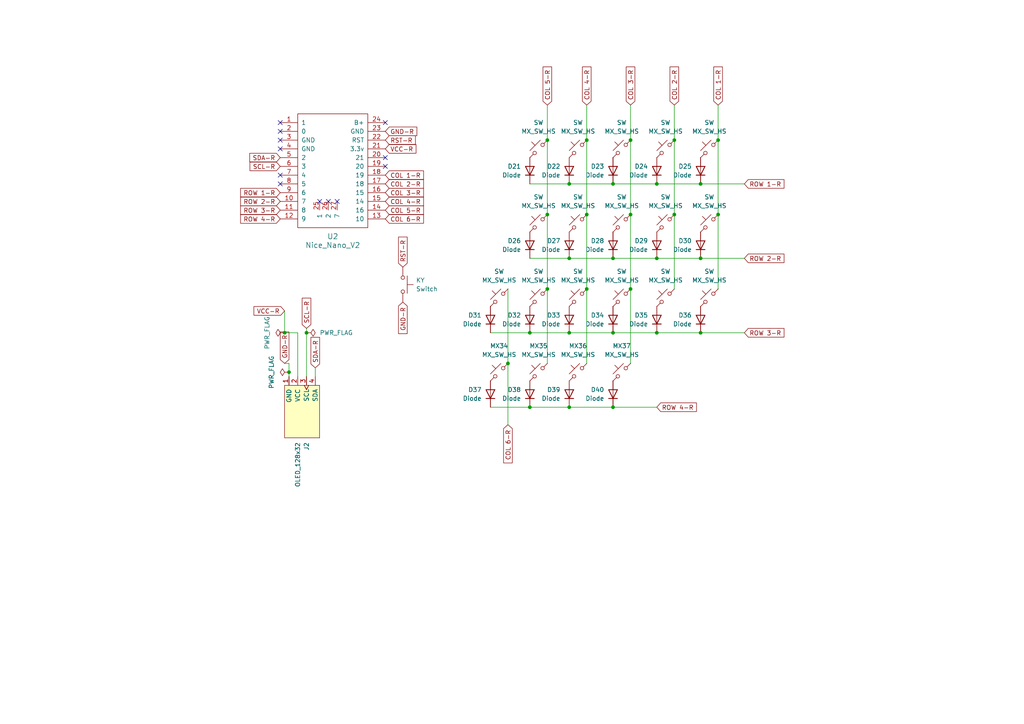
<source format=kicad_sch>
(kicad_sch (version 20250114) (generator "eeschema") (generator_version "9.0")
  (paper "A4")
  (lib_symbols
    (symbol "PCM_marbastlib-mx:MX_SW_HS_CPG151101S11" (pin_numbers (hide yes)) (pin_names (offset 1.016) (hide yes))
      (property "Reference" "MX" (at 3.048 1.016 0))
      (property "Value" "MX_SW_HS" (at 0 -3.81 0))
      (symbol "MX_SW_HS_CPG151101S11_0_1"
        (polyline (pts (xy -2.54 2.54) (xy -1.524 1.524) (xy -1.524 1.524)))
        (circle (center -1.1684 1.1684) (radius 0.508))
        (polyline (pts (xy -0.508 2.54) (xy 2.54 -0.508)))
        (polyline (pts (xy 1.016 1.016) (xy 2.032 2.032)))
        (circle (center 1.143 -1.1938) (radius 0.508))
        (polyline (pts (xy 1.524 -1.524) (xy 2.54 -2.54) (xy 2.54 -2.54) (xy 2.54 -2.54)))
        (pin passive line (at -2.54 2.54 0) (length 0) (name "1") (number "1"))
        (pin passive line (at 2.54 -2.54 180) (length 0) (name "2") (number "2"))
      )
    )
    (symbol "ScottoKeebs:MCU_Nice_Nano_V2" (pin_names (offset 1.016))
      (property "Reference" "U" (at 0 0 0))
      (property "Value" "Nice_Nano_V2" (at 0 -19.05 0))
      (symbol "MCU_Nice_Nano_V2_0_1"
        (rectangle (start -10.16 16.51) (end 10.16 -16.51))
      )
      (symbol "MCU_Nice_Nano_V2_1_1"
        (pin input line (at -15.24 13.97 0) (length 5.08) (name "1") (number "1"))
        (pin input line (at -15.24 11.43 0) (length 5.08) (name "0") (number "2"))
        (pin input line (at -15.24 8.89 0) (length 5.08) (name "GND") (number "3"))
        (pin input line (at -15.24 6.35 0) (length 5.08) (name "GND") (number "4"))
        (pin input line (at -15.24 3.81 0) (length 5.08) (name "2") (number "5"))
        (pin input line (at -15.24 1.27 0) (length 5.08) (name "3") (number "6"))
        (pin input line (at -15.24 -1.27 0) (length 5.08) (name "4") (number "7"))
        (pin input line (at -15.24 -3.81 0) (length 5.08) (name "5") (number "8"))
        (pin input line (at -15.24 -6.35 0) (length 5.08) (name "6") (number "9"))
        (pin input line (at -15.24 -8.89 0) (length 5.08) (name "7") (number "10"))
        (pin input line (at -15.24 -11.43 0) (length 5.08) (name "8") (number "11"))
        (pin input line (at -15.24 -13.97 0) (length 5.08) (name "9") (number "12"))
        (pin input line (at -3.81 -8.89 270) (length 2.5) (name "1") (number "25"))
        (pin input line (at -1.27 -8.89 270) (length 2.5) (name "2") (number "26"))
        (pin input line (at 1.27 -8.89 270) (length 2.5) (name "7") (number "27"))
        (pin input line (at 15.24 13.97 180) (length 5.08) (name "B+") (number "24"))
        (pin input line (at 15.24 11.43 180) (length 5.08) (name "GND") (number "23"))
        (pin input line (at 15.24 8.89 180) (length 5.08) (name "RST") (number "22"))
        (pin input line (at 15.24 6.35 180) (length 5.08) (name "3.3v") (number "21"))
        (pin input line (at 15.24 3.81 180) (length 5.08) (name "21") (number "20"))
        (pin input line (at 15.24 1.27 180) (length 5.08) (name "20") (number "19"))
        (pin input line (at 15.24 -1.27 180) (length 5.08) (name "19") (number "18"))
        (pin input line (at 15.24 -3.81 180) (length 5.08) (name "18") (number "17"))
        (pin input line (at 15.24 -6.35 180) (length 5.08) (name "15") (number "16"))
        (pin input line (at 15.24 -8.89 180) (length 5.08) (name "14") (number "15"))
        (pin input line (at 15.24 -11.43 180) (length 5.08) (name "16") (number "14"))
        (pin input line (at 15.24 -13.97 180) (length 5.08) (name "10") (number "13"))
      )
    )
    (symbol "ScottoKeebs:OLED_128x32" (pin_names (offset 1.016))
      (property "Reference" "J" (at 0 -6.35 0))
      (property "Value" "OLED_128x32" (at 0 6.35 0))
      (symbol "OLED_128x32_0_1"
        (rectangle (start 0 5.08) (end 15.24 -5.08) (fill (type background)))
      )
      (symbol "OLED_128x32_1_1"
        (pin bidirectional line (at -2.54 3.81 0) (length 2.54) (name "SDA") (number "4"))
        (pin input clock (at -2.54 1.27 0) (length 2.54) (name "SCL") (number "3"))
        (pin power_in line (at -2.54 -1.27 0) (length 2.54) (name "VCC") (number "2"))
        (pin power_in line (at -2.54 -3.81 0) (length 2.54) (name "GND") (number "1"))
      )
    )
    (symbol "ScottoKeebs:Placeholder_Diode" (pin_numbers (hide yes)) (pin_names (hide yes))
      (property "Reference" "D" (at 0 2.54 0))
      (property "Value" "Diode" (at 0 -2.54 0))
      (symbol "Placeholder_Diode_0_1"
        (polyline (pts (xy -1.27 1.27) (xy -1.27 -1.27)) (stroke (width 0.254)))
        (polyline (pts (xy 1.27 1.27) (xy 1.27 -1.27) (xy -1.27 0) (xy 1.27 1.27)) (stroke (width 0.254)))
        (polyline (pts (xy 1.27 0) (xy -1.27 0)))
      )
      (symbol "Placeholder_Diode_1_1"
        (pin passive line (at -3.81 0 0) (length 2.54) (name "K") (number "1"))
        (pin passive line (at 3.81 0 180) (length 2.54) (name "A") (number "2"))
      )
    )
    (symbol "ScottoKeebs:Placeholder_Switch" (pin_numbers (hide yes)) (pin_names (offset 1.016) (hide yes))
      (property "Reference" "SW" (at 1.27 2.54 0))
      (property "Value" "Switch" (at 0 -1.524 0))
      (symbol "Placeholder_Switch_0_1"
        (circle (center -2.032 0) (radius 0.508))
        (polyline (pts (xy 0 1.27) (xy 0 3.048)))
        (circle (center 2.032 0) (radius 0.508))
        (polyline (pts (xy 2.54 1.27) (xy -2.54 1.27)))
        (pin passive line (at -5.08 0 0) (length 2.54) (name "1") (number "1"))
        (pin passive line (at 5.08 0 180) (length 2.54) (name "2") (number "2"))
      )
    )
    (symbol "power:PWR_FLAG" (power) (pin_numbers (hide yes)) (pin_names (offset 0) (hide yes))
      (property "Value" "PWR_FLAG" (at 0 3.81 0))
      (symbol "PWR_FLAG_0_0"
        (pin power_out line (at 0 0 90) (length 0) (name "~") (number "1"))
      )
      (symbol "PWR_FLAG_0_1"
        (polyline (pts (xy 0 0) (xy 0 1.27) (xy -1.016 1.905) (xy 0 2.54) (xy 1.016 1.905) (xy 0 1.27)))
      )
    )
  )
  (junction (at 147.32 105.41))
  (junction (at 182.88 40.64))
  (junction (at 165.1 118.11))
  (junction (at 182.88 62.23))
  (junction (at 177.8 53.34))
  (junction (at 190.5 74.93))
  (junction (at 195.58 62.23))
  (junction (at 165.1 53.34))
  (junction (at 170.18 40.64))
  (junction (at 158.75 62.23))
  (junction (at 182.88 83.82))
  (junction (at 165.1 96.52))
  (junction (at 203.2 96.52))
  (junction (at 153.67 118.11))
  (junction (at 153.67 96.52))
  (junction (at 190.5 53.34))
  (junction (at 203.2 74.93))
  (junction (at 177.8 118.11))
  (junction (at 208.28 62.23))
  (junction (at 190.5 96.52))
  (junction (at 177.8 96.52))
  (junction (at 170.18 62.23))
  (junction (at 83.82 107.95))
  (junction (at 165.1 74.93))
  (junction (at 158.75 40.64))
  (junction (at 177.8 74.93))
  (junction (at 208.28 40.64))
  (junction (at 195.58 40.64))
  (junction (at 203.2 53.34))
  (junction (at 88.9 96.52))
  (junction (at 158.75 83.82))
  (junction (at 82.55 96.52))
  (junction (at 170.18 83.82))
  (no_connect (at 81.28 43.18))
  (no_connect (at 92.71 58.42))
  (no_connect (at 81.28 50.8))
  (no_connect (at 97.79 58.42))
  (no_connect (at 111.76 45.72))
  (no_connect (at 95.25 58.42))
  (no_connect (at 111.76 48.26))
  (no_connect (at 81.28 53.34))
  (no_connect (at 81.28 40.64))
  (no_connect (at 81.28 38.1))
  (no_connect (at 81.28 35.56))
  (no_connect (at 111.76 35.56))
  (wire (pts (xy 208.28 40.64) (xy 208.28 62.23)))
  (wire (pts (xy 142.24 118.11) (xy 153.67 118.11)))
  (wire (pts (xy 170.18 83.82) (xy 170.18 105.41)))
  (wire (pts (xy 86.36 96.52) (xy 86.36 109.22)))
  (wire (pts (xy 208.28 30.48) (xy 208.28 40.64)))
  (wire (pts (xy 208.28 62.23) (xy 208.28 83.82)))
  (wire (pts (xy 82.55 96.52) (xy 82.55 90.17)))
  (wire (pts (xy 170.18 62.23) (xy 170.18 83.82)))
  (wire (pts (xy 215.9 74.93) (xy 203.2 74.93)))
  (wire (pts (xy 153.67 74.93) (xy 165.1 74.93)))
  (wire (pts (xy 158.75 62.23) (xy 158.75 83.82)))
  (wire (pts (xy 147.32 83.82) (xy 147.32 105.41)))
  (wire (pts (xy 190.5 53.34) (xy 203.2 53.34)))
  (wire (pts (xy 165.1 53.34) (xy 177.8 53.34)))
  (wire (pts (xy 88.9 95.25) (xy 88.9 96.52)))
  (wire (pts (xy 153.67 96.52) (xy 165.1 96.52)))
  (wire (pts (xy 165.1 118.11) (xy 177.8 118.11)))
  (wire (pts (xy 147.32 123.19) (xy 147.32 105.41)))
  (wire (pts (xy 182.88 40.64) (xy 182.88 62.23)))
  (wire (pts (xy 142.24 96.52) (xy 153.67 96.52)))
  (wire (pts (xy 177.8 53.34) (xy 190.5 53.34)))
  (wire (pts (xy 195.58 62.23) (xy 195.58 83.82)))
  (wire (pts (xy 170.18 40.64) (xy 170.18 62.23)))
  (wire (pts (xy 190.5 74.93) (xy 203.2 74.93)))
  (wire (pts (xy 158.75 30.48) (xy 158.75 40.64)))
  (wire (pts (xy 195.58 40.64) (xy 195.58 62.23)))
  (wire (pts (xy 158.75 40.64) (xy 158.75 62.23)))
  (wire (pts (xy 177.8 96.52) (xy 190.5 96.52)))
  (wire (pts (xy 177.8 74.93) (xy 190.5 74.93)))
  (wire (pts (xy 195.58 30.48) (xy 195.58 40.64)))
  (wire (pts (xy 88.9 96.52) (xy 88.9 109.22)))
  (wire (pts (xy 82.55 96.52) (xy 86.36 96.52)))
  (wire (pts (xy 158.75 83.82) (xy 158.75 105.41)))
  (wire (pts (xy 153.67 118.11) (xy 165.1 118.11)))
  (wire (pts (xy 153.67 53.34) (xy 165.1 53.34)))
  (wire (pts (xy 215.9 96.52) (xy 203.2 96.52)))
  (wire (pts (xy 83.82 107.95) (xy 83.82 109.22)))
  (wire (pts (xy 165.1 96.52) (xy 177.8 96.52)))
  (wire (pts (xy 190.5 96.52) (xy 203.2 96.52)))
  (wire (pts (xy 165.1 74.93) (xy 177.8 74.93)))
  (wire (pts (xy 82.55 105.41) (xy 83.82 105.41)))
  (wire (pts (xy 170.18 30.48) (xy 170.18 40.64)))
  (wire (pts (xy 182.88 62.23) (xy 182.88 83.82)))
  (wire (pts (xy 182.88 83.82) (xy 182.88 105.41)))
  (wire (pts (xy 83.82 105.41) (xy 83.82 107.95)))
  (wire (pts (xy 91.44 106.68) (xy 91.44 109.22)))
  (wire (pts (xy 203.2 53.34) (xy 215.9 53.34)))
  (wire (pts (xy 182.88 30.48) (xy 182.88 40.64)))
  (wire (pts (xy 177.8 118.11) (xy 190.5 118.11)))
  (global_label "COL 4-R" (shape input) (at 111.76 58.42 0) (property "Intersheetrefs" "${INTERSHEET_REFS}" (effects (hide yes))))
  (global_label "ROW 1-R" (shape input) (at 81.28 55.88 180) (property "Intersheetrefs" "${INTERSHEET_REFS}" (effects (hide yes))))
  (global_label "VCC-R" (shape input) (at 82.55 90.17 180) (property "Intersheetrefs" "${INTERSHEET_REFS}" (effects (hide yes))))
  (global_label "GND-R" (shape input) (at 111.76 38.1 0) (property "Intersheetrefs" "${INTERSHEET_REFS}" (effects (hide yes))))
  (global_label "COL 2-R" (shape input) (at 111.76 53.34 0) (property "Intersheetrefs" "${INTERSHEET_REFS}" (effects (hide yes))))
  (global_label "RST-R" (shape input) (at 111.76 40.64 0) (property "Intersheetrefs" "${INTERSHEET_REFS}" (effects (hide yes))))
  (global_label "ROW 3-R" (shape input) (at 215.9 96.52 0) (property "Intersheetrefs" "${INTERSHEET_REFS}" (effects (hide yes))))
  (global_label "ROW 2-R" (shape input) (at 81.28 58.42 180) (property "Intersheetrefs" "${INTERSHEET_REFS}" (effects (hide yes))))
  (global_label "GND-R" (shape input) (at 82.55 105.41 90) (property "Intersheetrefs" "${INTERSHEET_REFS}" (effects (hide yes))))
  (global_label "SDA-R" (shape input) (at 81.28 45.72 180) (property "Intersheetrefs" "${INTERSHEET_REFS}" (effects (hide yes))))
  (global_label "COL 5-R" (shape input) (at 111.76 60.96 0) (property "Intersheetrefs" "${INTERSHEET_REFS}" (effects (hide yes))))
  (global_label "COL 2-R" (shape input) (at 195.58 30.48 90) (property "Intersheetrefs" "${INTERSHEET_REFS}" (effects (hide yes))))
  (global_label "VCC-R" (shape input) (at 111.76 43.18 0) (property "Intersheetrefs" "${INTERSHEET_REFS}" (effects (hide yes))))
  (global_label "ROW 2-R" (shape input) (at 215.9 74.93 0) (property "Intersheetrefs" "${INTERSHEET_REFS}" (effects (hide yes))))
  (global_label "SCL-R" (shape input) (at 88.9 95.25 90) (property "Intersheetrefs" "${INTERSHEET_REFS}" (effects (hide yes))))
  (global_label "COL 6-R" (shape input) (at 111.76 63.5 0) (property "Intersheetrefs" "${INTERSHEET_REFS}" (effects (hide yes))))
  (global_label "COL 6-R" (shape input) (at 147.32 123.19 270) (property "Intersheetrefs" "${INTERSHEET_REFS}" (effects (hide yes))))
  (global_label "SCL-R" (shape input) (at 81.28 48.26 180) (property "Intersheetrefs" "${INTERSHEET_REFS}" (effects (hide yes))))
  (global_label "COL 3-R" (shape input) (at 182.88 30.48 90) (property "Intersheetrefs" "${INTERSHEET_REFS}" (effects (hide yes))))
  (global_label "ROW 3-R" (shape input) (at 81.28 60.96 180) (property "Intersheetrefs" "${INTERSHEET_REFS}" (effects (hide yes))))
  (global_label "COL 1-R" (shape input) (at 208.28 30.48 90) (property "Intersheetrefs" "${INTERSHEET_REFS}" (effects (hide yes))))
  (global_label "COL 4-R" (shape input) (at 170.18 30.48 90) (property "Intersheetrefs" "${INTERSHEET_REFS}" (effects (hide yes))))
  (global_label "COL 1-R" (shape input) (at 111.76 50.8 0) (property "Intersheetrefs" "${INTERSHEET_REFS}" (effects (hide yes))))
  (global_label "COL 5-R" (shape input) (at 158.75 30.48 90) (property "Intersheetrefs" "${INTERSHEET_REFS}" (effects (hide yes))))
  (global_label "COL 3-R" (shape input) (at 111.76 55.88 0) (property "Intersheetrefs" "${INTERSHEET_REFS}" (effects (hide yes))))
  (global_label "ROW 1-R" (shape input) (at 215.9 53.34 0) (property "Intersheetrefs" "${INTERSHEET_REFS}" (effects (hide yes))))
  (global_label "RST-R" (shape input) (at 116.84 77.47 90) (property "Intersheetrefs" "${INTERSHEET_REFS}" (effects (hide yes))))
  (global_label "ROW 4-R" (shape input) (at 190.5 118.11 0) (property "Intersheetrefs" "${INTERSHEET_REFS}" (effects (hide yes))))
  (global_label "GND-R" (shape input) (at 116.84 87.63 270) (property "Intersheetrefs" "${INTERSHEET_REFS}" (effects (hide yes))))
  (global_label "SDA-R" (shape input) (at 91.44 106.68 90) (property "Intersheetrefs" "${INTERSHEET_REFS}" (effects (hide yes))))
  (global_label "ROW 4-R" (shape input) (at 81.28 63.5 180) (property "Intersheetrefs" "${INTERSHEET_REFS}" (effects (hide yes))))
  (symbol (lib_id "ScottoKeebs:Placeholder_Diode") (at 203.2 71.12 270) (mirror x) (unit 1)
    (property "Reference" "D30" (at 200.66 69.8499 90) (effects (justify right)))
    (property "Value" "Diode" (at 200.66 72.3899 90) (effects (justify right)))
    (property "Footprint" "Diode_SMD:D_SOD-123" (effects (hide yes)))
    (property "Description" "1N4148 (DO-35) or 1N4148W (SOD-123)" (effects (hide yes)))
    (property "Sim.Device" "D" (effects (hide yes)))
    (property "Sim.Pins" "1=K 2=A" (effects (hide yes)))
  )
  (symbol (lib_id "ScottoKeebs:Placeholder_Diode") (at 177.8 49.53 270) (mirror x) (unit 1)
    (property "Reference" "D23" (at 175.26 48.2599 90) (effects (justify right)))
    (property "Value" "Diode" (at 175.26 50.7999 90) (effects (justify right)))
    (property "Footprint" "Diode_SMD:D_SOD-123" (effects (hide yes)))
    (property "Description" "1N4148 (DO-35) or 1N4148W (SOD-123)" (effects (hide yes)))
    (property "Sim.Device" "D" (effects (hide yes)))
    (property "Sim.Pins" "1=K 2=A" (effects (hide yes)))
  )
  (symbol (lib_id "ScottoKeebs:Placeholder_Diode") (at 153.67 114.3 270) (mirror x) (unit 1)
    (property "Reference" "D38" (at 151.13 113.0299 90) (effects (justify right)))
    (property "Value" "Diode" (at 151.13 115.5699 90) (effects (justify right)))
    (property "Footprint" "Diode_SMD:D_SOD-123" (effects (hide yes)))
    (property "Description" "1N4148 (DO-35) or 1N4148W (SOD-123)" (effects (hide yes)))
    (property "Sim.Device" "D" (effects (hide yes)))
    (property "Sim.Pins" "1=K 2=A" (effects (hide yes)))
  )
  (symbol (lib_id "PCM_marbastlib-mx:MX_SW_HS_CPG151101S11") (at 144.78 86.36 0) (mirror y) (unit 1)
    (property "Reference" "SW" (at 144.78 78.74 0))
    (property "Value" "MX_SW_HS" (at 144.78 81.28 0))
    (property "Footprint" "PCM_marbastlib-mx:SW_MX_HS_CPG151101S11_1u" (effects (hide yes)))
    (property "Description" "Push button switch, normally open, two pins, 45° tilted, Kailh CPG151101S11 for Cherry MX style switches" (effects (hide yes)))
  )
  (symbol (lib_id "ScottoKeebs:Placeholder_Diode") (at 177.8 92.71 270) (mirror x) (unit 1)
    (property "Reference" "D34" (at 175.26 91.4399 90) (effects (justify right)))
    (property "Value" "Diode" (at 175.26 93.9799 90) (effects (justify right)))
    (property "Footprint" "Diode_SMD:D_SOD-123" (effects (hide yes)))
    (property "Description" "1N4148 (DO-35) or 1N4148W (SOD-123)" (effects (hide yes)))
    (property "Sim.Device" "D" (effects (hide yes)))
    (property "Sim.Pins" "1=K 2=A" (effects (hide yes)))
  )
  (symbol (lib_id "PCM_marbastlib-mx:MX_SW_HS_CPG151101S11") (at 193.04 86.36 0) (mirror y) (unit 1)
    (property "Reference" "SW" (at 193.04 78.74 0))
    (property "Value" "MX_SW_HS" (at 193.04 81.28 0))
    (property "Footprint" "PCM_marbastlib-mx:SW_MX_HS_CPG151101S11_1u" (effects (hide yes)))
    (property "Description" "Push button switch, normally open, two pins, 45° tilted, Kailh CPG151101S11 for Cherry MX style switches" (effects (hide yes)))
  )
  (symbol (lib_id "PCM_marbastlib-mx:MX_SW_HS_CPG151101S11") (at 144.78 107.95 0) (mirror y) (unit 1)
    (property "Reference" "MX34" (at 144.78 100.33 0))
    (property "Value" "MX_SW_HS" (at 144.78 102.87 0))
    (property "Footprint" "PCM_marbastlib-mx:SW_MX_HS_CPG151101S11_1.25u" (effects (hide yes)))
    (property "Description" "Push button switch, normally open, two pins, 45° tilted, Kailh CPG151101S11 for Cherry MX style switches" (effects (hide yes)))
  )
  (symbol (lib_id "ScottoKeebs:Placeholder_Diode") (at 203.2 49.53 270) (mirror x) (unit 1)
    (property "Reference" "D25" (at 200.66 48.2599 90) (effects (justify right)))
    (property "Value" "Diode" (at 200.66 50.7999 90) (effects (justify right)))
    (property "Footprint" "Diode_SMD:D_SOD-123" (effects (hide yes)))
    (property "Description" "1N4148 (DO-35) or 1N4148W (SOD-123)" (effects (hide yes)))
    (property "Sim.Device" "D" (effects (hide yes)))
    (property "Sim.Pins" "1=K 2=A" (effects (hide yes)))
  )
  (symbol (lib_id "ScottoKeebs:Placeholder_Switch") (at 116.84 82.55 270) (mirror x) (unit 1)
    (property "Reference" "KY" (at 120.65 81.2799 90) (effects (justify left)))
    (property "Value" "Switch" (at 120.65 83.8199 90) (effects (justify left)))
    (property "Footprint" "Button_Switch_SMD:SW_Push_1P1T_NO_Vertical_Wuerth_434133025816" (effects (hide yes)))
    (property "Description" "Push button switch, generic, two pins" (effects (hide yes)))
  )
  (symbol (lib_id "ScottoKeebs:Placeholder_Diode") (at 190.5 92.71 270) (mirror x) (unit 1)
    (property "Reference" "D35" (at 187.96 91.4399 90) (effects (justify right)))
    (property "Value" "Diode" (at 187.96 93.9799 90) (effects (justify right)))
    (property "Footprint" "Diode_SMD:D_SOD-123" (effects (hide yes)))
    (property "Description" "1N4148 (DO-35) or 1N4148W (SOD-123)" (effects (hide yes)))
    (property "Sim.Device" "D" (effects (hide yes)))
    (property "Sim.Pins" "1=K 2=A" (effects (hide yes)))
  )
  (symbol (lib_id "PCM_marbastlib-mx:MX_SW_HS_CPG151101S11") (at 205.74 86.36 0) (mirror y) (unit 1)
    (property "Reference" "SW" (at 205.74 78.74 0))
    (property "Value" "MX_SW_HS" (at 205.74 81.28 0))
    (property "Footprint" "PCM_marbastlib-mx:SW_MX_HS_CPG151101S11_1u" (effects (hide yes)))
    (property "Description" "Push button switch, normally open, two pins, 45° tilted, Kailh CPG151101S11 for Cherry MX style switches" (effects (hide yes)))
  )
  (symbol (lib_id "PCM_marbastlib-mx:MX_SW_HS_CPG151101S11") (at 156.21 64.77 0) (mirror y) (unit 1)
    (property "Reference" "SW" (at 156.21 57.15 0))
    (property "Value" "MX_SW_HS" (at 156.21 59.69 0))
    (property "Footprint" "PCM_marbastlib-mx:SW_MX_HS_CPG151101S11_1u" (effects (hide yes)))
    (property "Description" "Push button switch, normally open, two pins, 45° tilted, Kailh CPG151101S11 for Cherry MX style switches" (effects (hide yes)))
  )
  (symbol (lib_id "ScottoKeebs:Placeholder_Diode") (at 165.1 49.53 270) (mirror x) (unit 1)
    (property "Reference" "D22" (at 162.56 48.2599 90) (effects (justify right)))
    (property "Value" "Diode" (at 162.56 50.7999 90) (effects (justify right)))
    (property "Footprint" "Diode_SMD:D_SOD-123" (effects (hide yes)))
    (property "Description" "1N4148 (DO-35) or 1N4148W (SOD-123)" (effects (hide yes)))
    (property "Sim.Device" "D" (effects (hide yes)))
    (property "Sim.Pins" "1=K 2=A" (effects (hide yes)))
  )
  (symbol (lib_id "PCM_marbastlib-mx:MX_SW_HS_CPG151101S11") (at 167.64 86.36 0) (mirror y) (unit 1)
    (property "Reference" "SW" (at 167.64 78.74 0))
    (property "Value" "MX_SW_HS" (at 167.64 81.28 0))
    (property "Footprint" "PCM_marbastlib-mx:SW_MX_HS_CPG151101S11_1u" (effects (hide yes)))
    (property "Description" "Push button switch, normally open, two pins, 45° tilted, Kailh CPG151101S11 for Cherry MX style switches" (effects (hide yes)))
  )
  (symbol (lib_id "PCM_marbastlib-mx:MX_SW_HS_CPG151101S11") (at 156.21 107.95 0) (mirror y) (unit 1)
    (property "Reference" "MX35" (at 156.21 100.33 0))
    (property "Value" "MX_SW_HS" (at 156.21 102.87 0))
    (property "Footprint" "PCM_marbastlib-mx:SW_MX_HS_CPG151101S11_1u" (effects (hide yes)))
    (property "Description" "Push button switch, normally open, two pins, 45° tilted, Kailh CPG151101S11 for Cherry MX style switches" (effects (hide yes)))
  )
  (symbol (lib_id "ScottoKeebs:Placeholder_Diode") (at 190.5 71.12 270) (mirror x) (unit 1)
    (property "Reference" "D29" (at 187.96 69.8499 90) (effects (justify right)))
    (property "Value" "Diode" (at 187.96 72.3899 90) (effects (justify right)))
    (property "Footprint" "Diode_SMD:D_SOD-123" (effects (hide yes)))
    (property "Description" "1N4148 (DO-35) or 1N4148W (SOD-123)" (effects (hide yes)))
    (property "Sim.Device" "D" (effects (hide yes)))
    (property "Sim.Pins" "1=K 2=A" (effects (hide yes)))
  )
  (symbol (lib_id "ScottoKeebs:Placeholder_Diode") (at 203.2 92.71 90) (unit 1)
    (property "Reference" "D36" (at 200.66 91.4399 90) (effects (justify left)))
    (property "Value" "Diode" (at 200.66 93.9799 90) (effects (justify left)))
    (property "Footprint" "Diode_SMD:D_SOD-123" (effects (hide yes)))
    (property "Description" "1N4148 (DO-35) or 1N4148W (SOD-123)" (effects (hide yes)))
    (property "Sim.Device" "D" (effects (hide yes)))
    (property "Sim.Pins" "1=K 2=A" (effects (hide yes)))
  )
  (symbol (lib_id "PCM_marbastlib-mx:MX_SW_HS_CPG151101S11") (at 156.21 86.36 0) (mirror y) (unit 1)
    (property "Reference" "SW" (at 156.21 78.74 0))
    (property "Value" "MX_SW_HS" (at 156.21 81.28 0))
    (property "Footprint" "PCM_marbastlib-mx:SW_MX_HS_CPG151101S11_1u" (effects (hide yes)))
    (property "Description" "Push button switch, normally open, two pins, 45° tilted, Kailh CPG151101S11 for Cherry MX style switches" (effects (hide yes)))
  )
  (symbol (lib_id "PCM_marbastlib-mx:MX_SW_HS_CPG151101S11") (at 205.74 43.18 0) (mirror y) (unit 1)
    (property "Reference" "SW" (at 205.74 35.56 0))
    (property "Value" "MX_SW_HS" (at 205.74 38.1 0))
    (property "Footprint" "PCM_marbastlib-mx:SW_MX_HS_CPG151101S11_1u" (effects (hide yes)))
    (property "Description" "Push button switch, normally open, two pins, 45° tilted, Kailh CPG151101S11 for Cherry MX style switches" (effects (hide yes)))
  )
  (symbol (lib_id "ScottoKeebs:Placeholder_Diode") (at 142.24 92.71 270) (mirror x) (unit 1)
    (property "Reference" "D31" (at 139.7 91.4399 90) (effects (justify right)))
    (property "Value" "Diode" (at 139.7 93.9799 90) (effects (justify right)))
    (property "Footprint" "Diode_SMD:D_SOD-123" (effects (hide yes)))
    (property "Description" "1N4148 (DO-35) or 1N4148W (SOD-123)" (effects (hide yes)))
    (property "Sim.Device" "D" (effects (hide yes)))
    (property "Sim.Pins" "1=K 2=A" (effects (hide yes)))
  )
  (symbol (lib_id "power:PWR_FLAG") (at 83.82 107.95 90) (unit 1)
    (property "Reference" "#FLG06" (effects (hide yes)))
    (property "Value" "PWR_FLAG" (at 78.74 107.95 0))
    (property "Description" "Special symbol for telling ERC where power comes from" (effects (hide yes)))
  )
  (symbol (lib_id "PCM_marbastlib-mx:MX_SW_HS_CPG151101S11") (at 167.64 43.18 0) (mirror y) (unit 1)
    (property "Reference" "SW" (at 167.64 35.56 0))
    (property "Value" "MX_SW_HS" (at 167.64 38.1 0))
    (property "Footprint" "PCM_marbastlib-mx:SW_MX_HS_CPG151101S11_1u" (effects (hide yes)))
    (property "Description" "Push button switch, normally open, two pins, 45° tilted, Kailh CPG151101S11 for Cherry MX style switches" (effects (hide yes)))
  )
  (symbol (lib_id "PCM_marbastlib-mx:MX_SW_HS_CPG151101S11") (at 156.21 43.18 0) (mirror y) (unit 1)
    (property "Reference" "SW" (at 156.21 35.56 0))
    (property "Value" "MX_SW_HS" (at 156.21 38.1 0))
    (property "Footprint" "PCM_marbastlib-mx:SW_MX_HS_CPG151101S11_1u" (effects (hide yes)))
    (property "Description" "Push button switch, normally open, two pins, 45° tilted, Kailh CPG151101S11 for Cherry MX style switches" (effects (hide yes)))
  )
  (symbol (lib_id "ScottoKeebs:OLED_128x32") (at 87.63 111.76 270) (unit 1)
    (property "Reference" "J2" (at 88.9001 128.27 0) (effects (justify left)))
    (property "Value" "OLED_128x32" (at 86.3601 128.27 0) (effects (justify left)))
    (property "Footprint" "ScottoKeebs_Components:OLED_128x32" (effects (hide yes)))
  )
  (symbol (lib_id "ScottoKeebs:Placeholder_Diode") (at 190.5 49.53 270) (mirror x) (unit 1)
    (property "Reference" "D24" (at 187.96 48.2599 90) (effects (justify right)))
    (property "Value" "Diode" (at 187.96 50.7999 90) (effects (justify right)))
    (property "Footprint" "Diode_SMD:D_SOD-123" (effects (hide yes)))
    (property "Description" "1N4148 (DO-35) or 1N4148W (SOD-123)" (effects (hide yes)))
    (property "Sim.Device" "D" (effects (hide yes)))
    (property "Sim.Pins" "1=K 2=A" (effects (hide yes)))
  )
  (symbol (lib_id "ScottoKeebs:Placeholder_Diode") (at 153.67 49.53 270) (mirror x) (unit 1)
    (property "Reference" "D21" (at 151.13 48.2599 90) (effects (justify right)))
    (property "Value" "Diode" (at 151.13 50.7999 90) (effects (justify right)))
    (property "Footprint" "Diode_SMD:D_SOD-123" (effects (hide yes)))
    (property "Description" "1N4148 (DO-35) or 1N4148W (SOD-123)" (effects (hide yes)))
    (property "Sim.Device" "D" (effects (hide yes)))
    (property "Sim.Pins" "1=K 2=A" (effects (hide yes)))
  )
  (symbol (lib_id "PCM_marbastlib-mx:MX_SW_HS_CPG151101S11") (at 180.34 43.18 0) (mirror y) (unit 1)
    (property "Reference" "SW" (at 180.34 35.56 0))
    (property "Value" "MX_SW_HS" (at 180.34 38.1 0))
    (property "Footprint" "PCM_marbastlib-mx:SW_MX_HS_CPG151101S11_1u" (effects (hide yes)))
    (property "Description" "Push button switch, normally open, two pins, 45° tilted, Kailh CPG151101S11 for Cherry MX style switches" (effects (hide yes)))
  )
  (symbol (lib_id "ScottoKeebs:Placeholder_Diode") (at 165.1 71.12 270) (mirror x) (unit 1)
    (property "Reference" "D27" (at 162.56 69.8499 90) (effects (justify right)))
    (property "Value" "Diode" (at 162.56 72.3899 90) (effects (justify right)))
    (property "Footprint" "Diode_SMD:D_SOD-123" (effects (hide yes)))
    (property "Description" "1N4148 (DO-35) or 1N4148W (SOD-123)" (effects (hide yes)))
    (property "Sim.Device" "D" (effects (hide yes)))
    (property "Sim.Pins" "1=K 2=A" (effects (hide yes)))
  )
  (symbol (lib_id "power:PWR_FLAG") (at 88.9 96.52 270) (unit 1)
    (property "Reference" "#FLG05" (effects (hide yes)))
    (property "Value" "PWR_FLAG" (at 92.71 96.5199 90) (effects (justify left)))
    (property "Description" "Special symbol for telling ERC where power comes from" (effects (hide yes)))
  )
  (symbol (lib_id "ScottoKeebs:Placeholder_Diode") (at 142.24 114.3 270) (mirror x) (unit 1)
    (property "Reference" "D37" (at 139.7 113.0299 90) (effects (justify right)))
    (property "Value" "Diode" (at 139.7 115.5699 90) (effects (justify right)))
    (property "Footprint" "Diode_SMD:D_SOD-123" (effects (hide yes)))
    (property "Description" "1N4148 (DO-35) or 1N4148W (SOD-123)" (effects (hide yes)))
    (property "Sim.Device" "D" (effects (hide yes)))
    (property "Sim.Pins" "1=K 2=A" (effects (hide yes)))
  )
  (symbol (lib_id "power:PWR_FLAG") (at 82.55 96.52 90) (unit 1)
    (property "Reference" "#FLG04" (effects (hide yes)))
    (property "Value" "PWR_FLAG" (at 77.47 96.52 0))
    (property "Description" "Special symbol for telling ERC where power comes from" (effects (hide yes)))
  )
  (symbol (lib_id "PCM_marbastlib-mx:MX_SW_HS_CPG151101S11") (at 205.74 64.77 0) (mirror y) (unit 1)
    (property "Reference" "SW" (at 205.74 57.15 0))
    (property "Value" "MX_SW_HS" (at 205.74 59.69 0))
    (property "Footprint" "PCM_marbastlib-mx:SW_MX_HS_CPG151101S11_1u" (effects (hide yes)))
    (property "Description" "Push button switch, normally open, two pins, 45° tilted, Kailh CPG151101S11 for Cherry MX style switches" (effects (hide yes)))
  )
  (symbol (lib_id "PCM_marbastlib-mx:MX_SW_HS_CPG151101S11") (at 180.34 86.36 0) (mirror y) (unit 1)
    (property "Reference" "SW" (at 180.34 78.74 0))
    (property "Value" "MX_SW_HS" (at 180.34 81.28 0))
    (property "Footprint" "PCM_marbastlib-mx:SW_MX_HS_CPG151101S11_1u" (effects (hide yes)))
    (property "Description" "Push button switch, normally open, two pins, 45° tilted, Kailh CPG151101S11 for Cherry MX style switches" (effects (hide yes)))
  )
  (symbol (lib_id "PCM_marbastlib-mx:MX_SW_HS_CPG151101S11") (at 167.64 64.77 0) (mirror y) (unit 1)
    (property "Reference" "SW" (at 167.64 57.15 0))
    (property "Value" "MX_SW_HS" (at 167.64 59.69 0))
    (property "Footprint" "PCM_marbastlib-mx:SW_MX_HS_CPG151101S11_1u" (effects (hide yes)))
    (property "Description" "Push button switch, normally open, two pins, 45° tilted, Kailh CPG151101S11 for Cherry MX style switches" (effects (hide yes)))
  )
  (symbol (lib_id "ScottoKeebs:Placeholder_Diode") (at 177.8 114.3 270) (mirror x) (unit 1)
    (property "Reference" "D40" (at 175.26 113.0299 90) (effects (justify right)))
    (property "Value" "Diode" (at 175.26 115.5699 90) (effects (justify right)))
    (property "Footprint" "Diode_SMD:D_SOD-123" (effects (hide yes)))
    (property "Description" "1N4148 (DO-35) or 1N4148W (SOD-123)" (effects (hide yes)))
    (property "Sim.Device" "D" (effects (hide yes)))
    (property "Sim.Pins" "1=K 2=A" (effects (hide yes)))
  )
  (symbol (lib_id "ScottoKeebs:Placeholder_Diode") (at 153.67 71.12 270) (mirror x) (unit 1)
    (property "Reference" "D26" (at 151.13 69.8499 90) (effects (justify right)))
    (property "Value" "Diode" (at 151.13 72.3899 90) (effects (justify right)))
    (property "Footprint" "Diode_SMD:D_SOD-123" (effects (hide yes)))
    (property "Description" "1N4148 (DO-35) or 1N4148W (SOD-123)" (effects (hide yes)))
    (property "Sim.Device" "D" (effects (hide yes)))
    (property "Sim.Pins" "1=K 2=A" (effects (hide yes)))
  )
  (symbol (lib_id "PCM_marbastlib-mx:MX_SW_HS_CPG151101S11") (at 180.34 107.95 0) (mirror y) (unit 1)
    (property "Reference" "MX37" (at 180.34 100.33 0))
    (property "Value" "MX_SW_HS" (at 180.34 102.87 0))
    (property "Footprint" "PCM_marbastlib-mx:SW_MX_HS_CPG151101S11_1u" (effects (hide yes)))
    (property "Description" "Push button switch, normally open, two pins, 45° tilted, Kailh CPG151101S11 for Cherry MX style switches" (effects (hide yes)))
  )
  (symbol (lib_id "ScottoKeebs:Placeholder_Diode") (at 165.1 114.3 270) (mirror x) (unit 1)
    (property "Reference" "D39" (at 162.56 113.0299 90) (effects (justify right)))
    (property "Value" "Diode" (at 162.56 115.5699 90) (effects (justify right)))
    (property "Footprint" "Diode_SMD:D_SOD-123" (effects (hide yes)))
    (property "Description" "1N4148 (DO-35) or 1N4148W (SOD-123)" (effects (hide yes)))
    (property "Sim.Device" "D" (effects (hide yes)))
    (property "Sim.Pins" "1=K 2=A" (effects (hide yes)))
  )
  (symbol (lib_id "ScottoKeebs:Placeholder_Diode") (at 165.1 92.71 270) (mirror x) (unit 1)
    (property "Reference" "D33" (at 162.56 91.4399 90) (effects (justify right)))
    (property "Value" "Diode" (at 162.56 93.9799 90) (effects (justify right)))
    (property "Footprint" "Diode_SMD:D_SOD-123" (effects (hide yes)))
    (property "Description" "1N4148 (DO-35) or 1N4148W (SOD-123)" (effects (hide yes)))
    (property "Sim.Device" "D" (effects (hide yes)))
    (property "Sim.Pins" "1=K 2=A" (effects (hide yes)))
  )
  (symbol (lib_id "ScottoKeebs:Placeholder_Diode") (at 177.8 71.12 270) (mirror x) (unit 1)
    (property "Reference" "D28" (at 175.26 69.8499 90) (effects (justify right)))
    (property "Value" "Diode" (at 175.26 72.3899 90) (effects (justify right)))
    (property "Footprint" "Diode_SMD:D_SOD-123" (effects (hide yes)))
    (property "Description" "1N4148 (DO-35) or 1N4148W (SOD-123)" (effects (hide yes)))
    (property "Sim.Device" "D" (effects (hide yes)))
    (property "Sim.Pins" "1=K 2=A" (effects (hide yes)))
  )
  (symbol (lib_id "PCM_marbastlib-mx:MX_SW_HS_CPG151101S11") (at 180.34 64.77 0) (mirror y) (unit 1)
    (property "Reference" "SW" (at 180.34 57.15 0))
    (property "Value" "MX_SW_HS" (at 180.34 59.69 0))
    (property "Footprint" "PCM_marbastlib-mx:SW_MX_HS_CPG151101S11_1u" (effects (hide yes)))
    (property "Description" "Push button switch, normally open, two pins, 45° tilted, Kailh CPG151101S11 for Cherry MX style switches" (effects (hide yes)))
  )
  (symbol (lib_id "ScottoKeebs:Placeholder_Diode") (at 153.67 92.71 90) (unit 1)
    (property "Reference" "D32" (at 151.13 91.4399 90) (effects (justify left)))
    (property "Value" "Diode" (at 151.13 93.9799 90) (effects (justify left)))
    (property "Footprint" "Diode_SMD:D_SOD-123" (effects (hide yes)))
    (property "Description" "1N4148 (DO-35) or 1N4148W (SOD-123)" (effects (hide yes)))
    (property "Sim.Device" "D" (effects (hide yes)))
    (property "Sim.Pins" "1=K 2=A" (effects (hide yes)))
  )
  (symbol (lib_id "PCM_marbastlib-mx:MX_SW_HS_CPG151101S11") (at 167.64 107.95 0) (mirror y) (unit 1)
    (property "Reference" "MX36" (at 167.64 100.33 0))
    (property "Value" "MX_SW_HS" (at 167.64 102.87 0))
    (property "Footprint" "PCM_marbastlib-mx:SW_MX_HS_CPG151101S11_1u" (effects (hide yes)))
    (property "Description" "Push button switch, normally open, two pins, 45° tilted, Kailh CPG151101S11 for Cherry MX style switches" (effects (hide yes)))
  )
  (symbol (lib_id "PCM_marbastlib-mx:MX_SW_HS_CPG151101S11") (at 193.04 64.77 0) (mirror y) (unit 1)
    (property "Reference" "SW" (at 193.04 57.15 0))
    (property "Value" "MX_SW_HS" (at 193.04 59.69 0))
    (property "Footprint" "PCM_marbastlib-mx:SW_MX_HS_CPG151101S11_1u" (effects (hide yes)))
    (property "Description" "Push button switch, normally open, two pins, 45° tilted, Kailh CPG151101S11 for Cherry MX style switches" (effects (hide yes)))
  )
  (symbol (lib_id "ScottoKeebs:MCU_Nice_Nano_V2") (at 96.52 49.53 0) (unit 1)
    (property "Reference" "U2" (at 96.52 68.58 0) (effects (font (size 1.524 1.524))))
    (property "Value" "Nice_Nano_V2" (at 96.52 71.12 0) (effects (font (size 1.524 1.524))))
    (property "Footprint" "ScottoKeebs_MCU:Nice_Nano_V2" (effects (hide yes)))
  )
  (symbol (lib_id "PCM_marbastlib-mx:MX_SW_HS_CPG151101S11") (at 193.04 43.18 0) (mirror y) (unit 1)
    (property "Reference" "SW" (at 193.04 35.56 0))
    (property "Value" "MX_SW_HS" (at 193.04 38.1 0))
    (property "Footprint" "PCM_marbastlib-mx:SW_MX_HS_CPG151101S11_1u" (effects (hide yes)))
    (property "Description" "Push button switch, normally open, two pins, 45° tilted, Kailh CPG151101S11 for Cherry MX style switches" (effects (hide yes)))
  )
)
</source>
